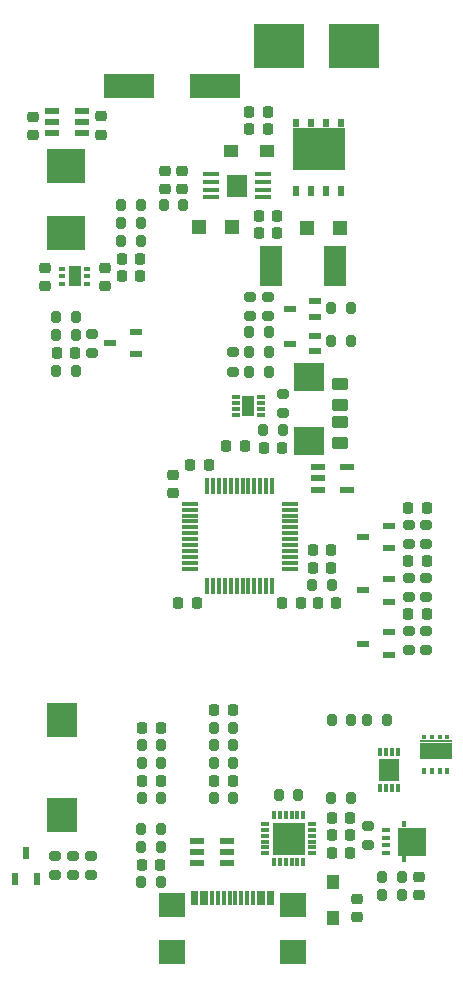
<source format=gbr>
%TF.GenerationSoftware,KiCad,Pcbnew,9.0.3*%
%TF.CreationDate,2025-10-10T19:55:00+02:00*%
%TF.ProjectId,AxxSolder,41787853-6f6c-4646-9572-2e6b69636164,rev?*%
%TF.SameCoordinates,Original*%
%TF.FileFunction,Paste,Bot*%
%TF.FilePolarity,Positive*%
%FSLAX46Y46*%
G04 Gerber Fmt 4.6, Leading zero omitted, Abs format (unit mm)*
G04 Created by KiCad (PCBNEW 9.0.3) date 2025-10-10 19:55:00*
%MOMM*%
%LPD*%
G01*
G04 APERTURE LIST*
G04 Aperture macros list*
%AMRoundRect*
0 Rectangle with rounded corners*
0 $1 Rounding radius*
0 $2 $3 $4 $5 $6 $7 $8 $9 X,Y pos of 4 corners*
0 Add a 4 corners polygon primitive as box body*
4,1,4,$2,$3,$4,$5,$6,$7,$8,$9,$2,$3,0*
0 Add four circle primitives for the rounded corners*
1,1,$1+$1,$2,$3*
1,1,$1+$1,$4,$5*
1,1,$1+$1,$6,$7*
1,1,$1+$1,$8,$9*
0 Add four rect primitives between the rounded corners*
20,1,$1+$1,$2,$3,$4,$5,0*
20,1,$1+$1,$4,$5,$6,$7,0*
20,1,$1+$1,$6,$7,$8,$9,0*
20,1,$1+$1,$8,$9,$2,$3,0*%
G04 Aperture macros list end*
%ADD10RoundRect,0.225000X0.225000X0.250000X-0.225000X0.250000X-0.225000X-0.250000X0.225000X-0.250000X0*%
%ADD11R,3.200000X2.850000*%
%ADD12R,0.400000X0.550000*%
%ADD13R,0.400000X0.410000*%
%ADD14R,2.750000X1.470000*%
%ADD15R,2.750000X0.250000*%
%ADD16R,1.050000X0.600000*%
%ADD17RoundRect,0.200000X-0.200000X-0.275000X0.200000X-0.275000X0.200000X0.275000X-0.200000X0.275000X0*%
%ADD18R,0.300000X1.475000*%
%ADD19R,1.475000X0.300000*%
%ADD20RoundRect,0.200000X0.275000X-0.200000X0.275000X0.200000X-0.275000X0.200000X-0.275000X-0.200000X0*%
%ADD21RoundRect,0.225000X-0.250000X0.225000X-0.250000X-0.225000X0.250000X-0.225000X0.250000X0.225000X0*%
%ADD22RoundRect,0.200000X0.200000X0.275000X-0.200000X0.275000X-0.200000X-0.275000X0.200000X-0.275000X0*%
%ADD23RoundRect,0.225000X-0.225000X-0.250000X0.225000X-0.250000X0.225000X0.250000X-0.225000X0.250000X0*%
%ADD24RoundRect,0.225000X0.250000X-0.225000X0.250000X0.225000X-0.250000X0.225000X-0.250000X-0.225000X0*%
%ADD25RoundRect,0.200000X-0.275000X0.200000X-0.275000X-0.200000X0.275000X-0.200000X0.275000X0.200000X0*%
%ADD26R,1.200000X1.200000*%
%ADD27R,2.500000X3.000000*%
%ADD28RoundRect,0.250000X0.450000X-0.262500X0.450000X0.262500X-0.450000X0.262500X-0.450000X-0.262500X0*%
%ADD29R,1.120000X1.220000*%
%ADD30R,0.500000X0.925000*%
%ADD31R,0.600000X0.800000*%
%ADD32R,4.410000X3.655000*%
%ADD33R,0.700000X0.300000*%
%ADD34R,1.000000X1.700000*%
%ADD35R,1.050000X0.500000*%
%ADD36R,1.900000X3.450000*%
%ADD37R,0.300000X1.150000*%
%ADD38R,2.180000X2.000000*%
%ADD39R,1.220000X1.120000*%
%ADD40R,0.300000X0.800000*%
%ADD41R,0.800000X0.300000*%
%ADD42R,2.700000X2.700000*%
%ADD43R,0.750000X0.400000*%
%ADD44R,0.400000X0.530000*%
%ADD45R,2.400000X2.450000*%
%ADD46R,0.300000X0.750000*%
%ADD47R,1.730000X1.850000*%
%ADD48R,1.425000X0.450000*%
%ADD49R,1.680000X1.880000*%
%ADD50R,4.250000X2.100000*%
%ADD51R,4.240000X3.810000*%
%ADD52R,0.600000X1.050000*%
%ADD53R,1.200000X0.600000*%
%ADD54R,2.500000X2.400000*%
%ADD55R,0.600000X0.350000*%
%ADD56R,1.100000X1.700000*%
G04 APERTURE END LIST*
D10*
%TO.C,C23*%
X180525000Y-126600000D03*
X178975000Y-126600000D03*
%TD*%
D11*
%TO.C,L1*%
X166400000Y-80550000D03*
X166400000Y-86250000D03*
%TD*%
D12*
%TO.C,Q2*%
X198700000Y-131790000D03*
X198050000Y-131790000D03*
X197400000Y-131790000D03*
X196750000Y-131790000D03*
D13*
X198700000Y-128920000D03*
X198050000Y-128920000D03*
D14*
X197725000Y-130110000D03*
D15*
X197725000Y-129250000D03*
D13*
X197400000Y-128920000D03*
X196750000Y-128920000D03*
%TD*%
D10*
%TO.C,C6*%
X181525000Y-104250000D03*
X179975000Y-104250000D03*
%TD*%
D16*
%TO.C,D6*%
X193762500Y-115535000D03*
X193762500Y-117435000D03*
X191562500Y-116485000D03*
%TD*%
D17*
%TO.C,R30*%
X172825000Y-129600000D03*
X174475000Y-129600000D03*
%TD*%
%TO.C,R7*%
X171075000Y-85400000D03*
X172725000Y-85400000D03*
%TD*%
D18*
%TO.C,IC4*%
X178350000Y-107662000D03*
X178850000Y-107662000D03*
X179350000Y-107662000D03*
X179850000Y-107662000D03*
X180350000Y-107662000D03*
X180850000Y-107662000D03*
X181350000Y-107662000D03*
X181850000Y-107662000D03*
X182350000Y-107662000D03*
X182850000Y-107662000D03*
X183350000Y-107662000D03*
X183850000Y-107662000D03*
D19*
X185338000Y-109150000D03*
X185338000Y-109650000D03*
X185338000Y-110150000D03*
X185338000Y-110650000D03*
X185338000Y-111150000D03*
X185338000Y-111650000D03*
X185338000Y-112150000D03*
X185338000Y-112650000D03*
X185338000Y-113150000D03*
X185338000Y-113650000D03*
X185338000Y-114150000D03*
X185338000Y-114650000D03*
D18*
X183850000Y-116138000D03*
X183350000Y-116138000D03*
X182850000Y-116138000D03*
X182350000Y-116138000D03*
X181850000Y-116138000D03*
X181350000Y-116138000D03*
X180850000Y-116138000D03*
X180350000Y-116138000D03*
X179850000Y-116138000D03*
X179350000Y-116138000D03*
X178850000Y-116138000D03*
X178350000Y-116138000D03*
D19*
X176862000Y-114650000D03*
X176862000Y-114150000D03*
X176862000Y-113650000D03*
X176862000Y-113150000D03*
X176862000Y-112650000D03*
X176862000Y-112150000D03*
X176862000Y-111650000D03*
X176862000Y-111150000D03*
X176862000Y-110650000D03*
X176862000Y-110150000D03*
X176862000Y-109650000D03*
X176862000Y-109150000D03*
%TD*%
D20*
%TO.C,R37*%
X168500000Y-140625000D03*
X168500000Y-138975000D03*
%TD*%
D21*
%TO.C,C32*%
X174750000Y-80975000D03*
X174750000Y-82525000D03*
%TD*%
D17*
%TO.C,FB1*%
X187250000Y-116050000D03*
X188900000Y-116050000D03*
%TD*%
%TO.C,R8*%
X171075000Y-86900000D03*
X172725000Y-86900000D03*
%TD*%
%TO.C,R15*%
X188875000Y-134050000D03*
X190525000Y-134050000D03*
%TD*%
D20*
%TO.C,R25*%
X196912500Y-117060000D03*
X196912500Y-115410000D03*
%TD*%
D22*
%TO.C,R11*%
X172725000Y-83900000D03*
X171075000Y-83900000D03*
%TD*%
D23*
%TO.C,C11*%
X188925000Y-138750000D03*
X190475000Y-138750000D03*
%TD*%
D10*
%TO.C,C7*%
X172675000Y-89900000D03*
X171125000Y-89900000D03*
%TD*%
D24*
%TO.C,C5*%
X169400000Y-77900000D03*
X169400000Y-76350000D03*
%TD*%
D23*
%TO.C,C16*%
X184725000Y-117550000D03*
X186275000Y-117550000D03*
%TD*%
D25*
%TO.C,R28*%
X168600000Y-94775000D03*
X168600000Y-96425000D03*
%TD*%
%TO.C,R14*%
X191950000Y-136425000D03*
X191950000Y-138075000D03*
%TD*%
D17*
%TO.C,R46*%
X178925000Y-129600000D03*
X180575000Y-129600000D03*
%TD*%
D26*
%TO.C,D10*%
X186800000Y-85800000D03*
X189600000Y-85800000D03*
%TD*%
D17*
%TO.C,R36*%
X172775000Y-138200000D03*
X174425000Y-138200000D03*
%TD*%
D27*
%TO.C,LS1*%
X166100000Y-127500000D03*
X166100000Y-135500000D03*
%TD*%
D10*
%TO.C,C30*%
X184275000Y-84750000D03*
X182725000Y-84750000D03*
%TD*%
D23*
%TO.C,C35*%
X181925000Y-76000000D03*
X183475000Y-76000000D03*
%TD*%
D22*
%TO.C,R16*%
X174475000Y-131100000D03*
X172825000Y-131100000D03*
%TD*%
D28*
%TO.C,R45*%
X189600000Y-104025000D03*
X189600000Y-102200000D03*
%TD*%
D29*
%TO.C,D3*%
X189000000Y-141200000D03*
X189000000Y-144200000D03*
%TD*%
D22*
%TO.C,R1*%
X190525000Y-92600000D03*
X188875000Y-92600000D03*
%TD*%
%TO.C,R32*%
X180575000Y-128100000D03*
X178925000Y-128100000D03*
%TD*%
D10*
%TO.C,C14*%
X178475000Y-105900000D03*
X176925000Y-105900000D03*
%TD*%
D30*
%TO.C,U3*%
X189700000Y-82700000D03*
X188430000Y-82700000D03*
X187160000Y-82700000D03*
X185890000Y-82700000D03*
D31*
X189700000Y-76910000D03*
X188430000Y-76910000D03*
D32*
X187795000Y-79135000D03*
D31*
X187160000Y-76910000D03*
X185890000Y-76910000D03*
%TD*%
D20*
%TO.C,R23*%
X165500000Y-140625000D03*
X165500000Y-138975000D03*
%TD*%
D33*
%TO.C,IC2*%
X182900000Y-100100000D03*
X182900000Y-100600000D03*
X182900000Y-101100000D03*
X182900000Y-101600000D03*
X180800000Y-101600000D03*
X180800000Y-101100000D03*
X180800000Y-100600000D03*
X180800000Y-100100000D03*
D34*
X181850000Y-100850000D03*
%TD*%
D23*
%TO.C,C19*%
X187300000Y-114550000D03*
X188850000Y-114550000D03*
%TD*%
D22*
%TO.C,R31*%
X180575000Y-134100000D03*
X178925000Y-134100000D03*
%TD*%
D16*
%TO.C,D8*%
X193762500Y-120035000D03*
X193762500Y-121935000D03*
X191562500Y-120985000D03*
%TD*%
D20*
%TO.C,R18*%
X195412500Y-121560000D03*
X195412500Y-119910000D03*
%TD*%
D25*
%TO.C,R34*%
X167000000Y-138975000D03*
X167000000Y-140625000D03*
%TD*%
D10*
%TO.C,C8*%
X172675000Y-88400000D03*
X171125000Y-88400000D03*
%TD*%
%TO.C,C25*%
X196937500Y-118485000D03*
X195387500Y-118485000D03*
%TD*%
D17*
%TO.C,R26*%
X188925000Y-127500000D03*
X190575000Y-127500000D03*
%TD*%
D20*
%TO.C,R22*%
X196912500Y-112560000D03*
X196912500Y-110910000D03*
%TD*%
D22*
%TO.C,R12*%
X194825000Y-140750000D03*
X193175000Y-140750000D03*
%TD*%
D35*
%TO.C,D2*%
X187450000Y-94950000D03*
X187450000Y-96250000D03*
X185350000Y-95600000D03*
%TD*%
D22*
%TO.C,R47*%
X174425000Y-136700000D03*
X172775000Y-136700000D03*
%TD*%
D36*
%TO.C,R42*%
X189200000Y-89000000D03*
X183800000Y-89000000D03*
%TD*%
D22*
%TO.C,R10*%
X183575000Y-94600000D03*
X181925000Y-94600000D03*
%TD*%
D26*
%TO.C,D9*%
X180500000Y-85750000D03*
X177700000Y-85750000D03*
%TD*%
D23*
%TO.C,C34*%
X181925000Y-77400000D03*
X183475000Y-77400000D03*
%TD*%
D22*
%TO.C,R5*%
X190525000Y-95400000D03*
X188875000Y-95400000D03*
%TD*%
D37*
%TO.C,J1*%
X183850000Y-142572000D03*
X183050000Y-142572000D03*
X181750000Y-142572000D03*
X180750000Y-142572000D03*
X180250000Y-142572000D03*
X179250000Y-142572000D03*
X177950000Y-142572000D03*
X177150000Y-142572000D03*
X177450000Y-142572000D03*
X178250000Y-142572000D03*
X178750000Y-142572000D03*
X179750000Y-142572000D03*
X181250000Y-142572000D03*
X182250000Y-142572000D03*
X182750000Y-142572000D03*
X183550000Y-142572000D03*
D38*
X185610000Y-143147000D03*
X175390000Y-143147000D03*
X185610000Y-147077000D03*
X175390000Y-147077000D03*
%TD*%
D22*
%TO.C,R33*%
X167225000Y-97900000D03*
X165575000Y-97900000D03*
%TD*%
D23*
%TO.C,C12*%
X188925000Y-137240000D03*
X190475000Y-137240000D03*
%TD*%
D21*
%TO.C,C17*%
X175500000Y-106725000D03*
X175500000Y-108275000D03*
%TD*%
D23*
%TO.C,C13*%
X188925000Y-135750000D03*
X190475000Y-135750000D03*
%TD*%
D24*
%TO.C,C2*%
X164600000Y-90750000D03*
X164600000Y-89200000D03*
%TD*%
D10*
%TO.C,C28*%
X174425000Y-132600000D03*
X172875000Y-132600000D03*
%TD*%
D17*
%TO.C,R21*%
X165575000Y-93300000D03*
X167225000Y-93300000D03*
%TD*%
D23*
%TO.C,C21*%
X172875000Y-128100000D03*
X174425000Y-128100000D03*
%TD*%
D20*
%TO.C,R29*%
X196912500Y-121560000D03*
X196912500Y-119910000D03*
%TD*%
D17*
%TO.C,R17*%
X184425000Y-133800000D03*
X186075000Y-133800000D03*
%TD*%
D22*
%TO.C,R38*%
X176325000Y-83900000D03*
X174675000Y-83900000D03*
%TD*%
D10*
%TO.C,C29*%
X174375000Y-139700000D03*
X172825000Y-139700000D03*
%TD*%
D39*
%TO.C,D4*%
X183400000Y-79300000D03*
X180400000Y-79300000D03*
%TD*%
D17*
%TO.C,R3*%
X183125000Y-102900000D03*
X184775000Y-102900000D03*
%TD*%
D40*
%TO.C,IC6*%
X186500000Y-139500000D03*
X186000000Y-139500000D03*
X185500000Y-139500000D03*
X185000000Y-139500000D03*
X184500000Y-139500000D03*
X184000000Y-139500000D03*
D41*
X183250000Y-138750000D03*
X183250000Y-138250000D03*
X183250000Y-137750000D03*
X183250000Y-137250000D03*
X183250000Y-136750000D03*
X183250000Y-136250000D03*
D40*
X184000000Y-135500000D03*
X184500000Y-135500000D03*
X185000000Y-135500000D03*
X185500000Y-135500000D03*
X186000000Y-135500000D03*
X186500000Y-135500000D03*
D41*
X187250000Y-136250000D03*
X187250000Y-136750000D03*
X187250000Y-137250000D03*
X187250000Y-137750000D03*
X187250000Y-138250000D03*
X187250000Y-138750000D03*
D42*
X185250000Y-137500000D03*
%TD*%
D24*
%TO.C,C9*%
X196250000Y-142275000D03*
X196250000Y-140725000D03*
%TD*%
D43*
%TO.C,Q1*%
X193475000Y-138725000D03*
X193475000Y-138075000D03*
X193475000Y-137425000D03*
X193475000Y-136775000D03*
D44*
X195000000Y-139240000D03*
D45*
X195700000Y-137750000D03*
D44*
X195000000Y-136260000D03*
%TD*%
D10*
%TO.C,C22*%
X180525000Y-132600000D03*
X178975000Y-132600000D03*
%TD*%
D46*
%TO.C,IC7*%
X194500000Y-133200000D03*
X194000000Y-133200000D03*
X193500000Y-133200000D03*
X193000000Y-133200000D03*
X193000000Y-130200000D03*
X193500000Y-130200000D03*
X194000000Y-130200000D03*
X194500000Y-130200000D03*
D47*
X193750000Y-131700000D03*
%TD*%
D48*
%TO.C,IC8*%
X178676000Y-83200000D03*
X178676000Y-82550000D03*
X178676000Y-81900000D03*
X178676000Y-81250000D03*
X183100000Y-81250000D03*
X183100000Y-81900000D03*
X183100000Y-82550000D03*
X183100000Y-83200000D03*
D49*
X180888000Y-82225000D03*
%TD*%
D24*
%TO.C,C10*%
X191000000Y-144175000D03*
X191000000Y-142625000D03*
%TD*%
D10*
%TO.C,C15*%
X177475000Y-117550000D03*
X175925000Y-117550000D03*
%TD*%
D20*
%TO.C,R19*%
X195412500Y-117060000D03*
X195412500Y-115410000D03*
%TD*%
D50*
%TO.C,C37*%
X179000000Y-73800000D03*
X171700000Y-73800000D03*
%TD*%
D16*
%TO.C,D7*%
X172350000Y-94600000D03*
X172350000Y-96500000D03*
X170150000Y-95550000D03*
%TD*%
D23*
%TO.C,C4*%
X183175000Y-104400000D03*
X184725000Y-104400000D03*
%TD*%
D21*
%TO.C,C1*%
X169700000Y-89200000D03*
X169700000Y-90750000D03*
%TD*%
D17*
%TO.C,R9*%
X181925000Y-98000000D03*
X183575000Y-98000000D03*
%TD*%
D23*
%TO.C,C18*%
X187300000Y-113050000D03*
X188850000Y-113050000D03*
%TD*%
D10*
%TO.C,C24*%
X167175000Y-96400000D03*
X165625000Y-96400000D03*
%TD*%
D20*
%TO.C,R49*%
X180550000Y-97975000D03*
X180550000Y-96325000D03*
%TD*%
D35*
%TO.C,D1*%
X187450000Y-92000000D03*
X187450000Y-93300000D03*
X185350000Y-92650000D03*
%TD*%
D17*
%TO.C,R43*%
X178925000Y-131100000D03*
X180575000Y-131100000D03*
%TD*%
D51*
%TO.C,F1*%
X184410000Y-70400000D03*
X190790000Y-70400000D03*
%TD*%
D52*
%TO.C,Q3*%
X163950000Y-140900000D03*
X162050000Y-140900000D03*
X163000000Y-138700000D03*
%TD*%
D53*
%TO.C,IC3*%
X165250000Y-77800000D03*
X165250000Y-76850000D03*
X165250000Y-75900000D03*
X167750000Y-75900000D03*
X167750000Y-76850000D03*
X167750000Y-77800000D03*
%TD*%
%TO.C,IC9*%
X187700000Y-107950000D03*
X187700000Y-107000000D03*
X187700000Y-106050000D03*
X190200000Y-106050000D03*
X190200000Y-107950000D03*
%TD*%
D10*
%TO.C,C31*%
X184300000Y-86260000D03*
X182750000Y-86260000D03*
%TD*%
D20*
%TO.C,R6*%
X182000000Y-93275000D03*
X182000000Y-91625000D03*
%TD*%
D17*
%TO.C,R13*%
X193175000Y-142250000D03*
X194825000Y-142250000D03*
%TD*%
D25*
%TO.C,R2*%
X184750000Y-99825000D03*
X184750000Y-101475000D03*
%TD*%
D21*
%TO.C,C33*%
X176250000Y-80975000D03*
X176250000Y-82525000D03*
%TD*%
D54*
%TO.C,F2*%
X187000000Y-103800000D03*
X187000000Y-98400000D03*
%TD*%
D21*
%TO.C,C3*%
X163600000Y-76375000D03*
X163600000Y-77925000D03*
%TD*%
D10*
%TO.C,C26*%
X196937500Y-113985000D03*
X195387500Y-113985000D03*
%TD*%
D16*
%TO.C,D5*%
X193762500Y-111035000D03*
X193762500Y-112935000D03*
X191562500Y-111985000D03*
%TD*%
D22*
%TO.C,R35*%
X174475000Y-134100000D03*
X172825000Y-134100000D03*
%TD*%
%TO.C,R27*%
X193575000Y-127500000D03*
X191925000Y-127500000D03*
%TD*%
D20*
%TO.C,R20*%
X195412500Y-112560000D03*
X195412500Y-110910000D03*
%TD*%
D22*
%TO.C,R50*%
X183575000Y-96300000D03*
X181925000Y-96300000D03*
%TD*%
%TO.C,R48*%
X174425000Y-141200000D03*
X172775000Y-141200000D03*
%TD*%
D55*
%TO.C,IC1*%
X166100000Y-90550000D03*
X166100000Y-89900000D03*
X166100000Y-89250000D03*
X168200000Y-89250000D03*
X168200000Y-89900000D03*
X168200000Y-90550000D03*
D56*
X167150000Y-89900000D03*
%TD*%
D23*
%TO.C,C20*%
X187725000Y-117550000D03*
X189275000Y-117550000D03*
%TD*%
D25*
%TO.C,R4*%
X183500000Y-91625000D03*
X183500000Y-93275000D03*
%TD*%
D22*
%TO.C,R24*%
X167225000Y-94900000D03*
X165575000Y-94900000D03*
%TD*%
D28*
%TO.C,R44*%
X189600000Y-100800000D03*
X189600000Y-98975000D03*
%TD*%
D53*
%TO.C,IC5*%
X180000000Y-137700000D03*
X180000000Y-138650000D03*
X180000000Y-139600000D03*
X177500000Y-139600000D03*
X177500000Y-138650000D03*
X177500000Y-137700000D03*
%TD*%
D10*
%TO.C,C27*%
X196937500Y-109485000D03*
X195387500Y-109485000D03*
%TD*%
M02*

</source>
